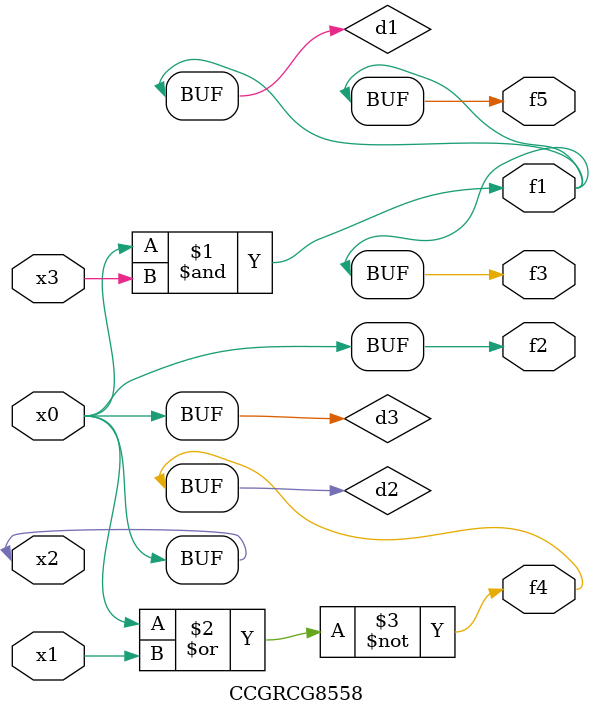
<source format=v>
module CCGRCG8558(
	input x0, x1, x2, x3,
	output f1, f2, f3, f4, f5
);

	wire d1, d2, d3;

	and (d1, x2, x3);
	nor (d2, x0, x1);
	buf (d3, x0, x2);
	assign f1 = d1;
	assign f2 = d3;
	assign f3 = d1;
	assign f4 = d2;
	assign f5 = d1;
endmodule

</source>
